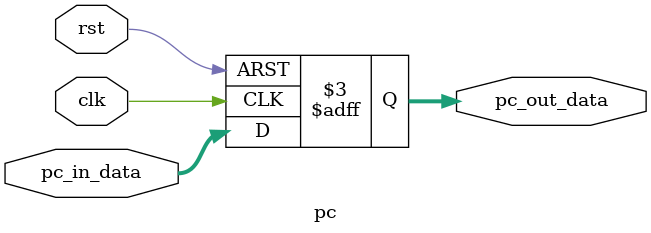
<source format=v>
module pc (pc_in_data, clk, rst, pc_out_data);
input [31:0] pc_in_data; //from mux_pcsrc
input   clk; //top module
input   rst; //top module
output reg [31:0] pc_out_data; //to order_mem

always @ (posedge clk or negedge rst) begin

  if (~rst) begin
    pc_out_data <= 32'b0;
  end else begin
    pc_out_data <= pc_in_data;
  end

end

endmodule
</source>
